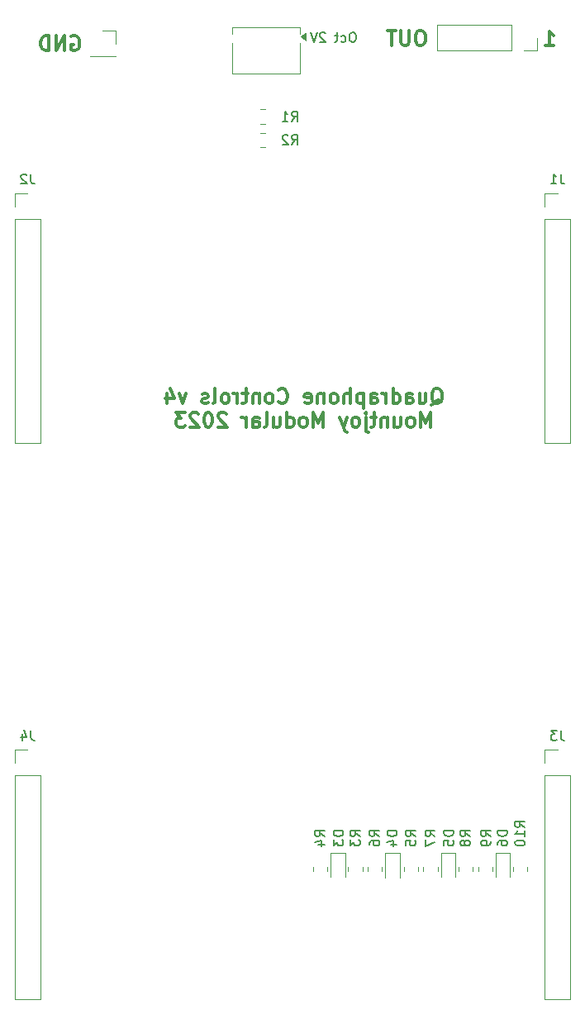
<source format=gbr>
%TF.GenerationSoftware,KiCad,Pcbnew,7.0.7*%
%TF.CreationDate,2023-08-21T15:50:53+01:00*%
%TF.ProjectId,Quadraphone_Controls_v3,51756164-7261-4706-986f-6e655f436f6e,rev?*%
%TF.SameCoordinates,Original*%
%TF.FileFunction,Legend,Bot*%
%TF.FilePolarity,Positive*%
%FSLAX46Y46*%
G04 Gerber Fmt 4.6, Leading zero omitted, Abs format (unit mm)*
G04 Created by KiCad (PCBNEW 7.0.7) date 2023-08-21 15:50:53*
%MOMM*%
%LPD*%
G01*
G04 APERTURE LIST*
%ADD10C,0.300000*%
%ADD11C,0.100000*%
%ADD12C,0.150000*%
%ADD13C,0.120000*%
G04 APERTURE END LIST*
D10*
X94171428Y-83313685D02*
X94314285Y-83242257D01*
X94314285Y-83242257D02*
X94457142Y-83099400D01*
X94457142Y-83099400D02*
X94671428Y-82885114D01*
X94671428Y-82885114D02*
X94814285Y-82813685D01*
X94814285Y-82813685D02*
X94957142Y-82813685D01*
X94885713Y-83170828D02*
X95028571Y-83099400D01*
X95028571Y-83099400D02*
X95171428Y-82956542D01*
X95171428Y-82956542D02*
X95242856Y-82670828D01*
X95242856Y-82670828D02*
X95242856Y-82170828D01*
X95242856Y-82170828D02*
X95171428Y-81885114D01*
X95171428Y-81885114D02*
X95028571Y-81742257D01*
X95028571Y-81742257D02*
X94885713Y-81670828D01*
X94885713Y-81670828D02*
X94599999Y-81670828D01*
X94599999Y-81670828D02*
X94457142Y-81742257D01*
X94457142Y-81742257D02*
X94314285Y-81885114D01*
X94314285Y-81885114D02*
X94242856Y-82170828D01*
X94242856Y-82170828D02*
X94242856Y-82670828D01*
X94242856Y-82670828D02*
X94314285Y-82956542D01*
X94314285Y-82956542D02*
X94457142Y-83099400D01*
X94457142Y-83099400D02*
X94599999Y-83170828D01*
X94599999Y-83170828D02*
X94885713Y-83170828D01*
X92957142Y-82170828D02*
X92957142Y-83170828D01*
X93599999Y-82170828D02*
X93599999Y-82956542D01*
X93599999Y-82956542D02*
X93528570Y-83099400D01*
X93528570Y-83099400D02*
X93385713Y-83170828D01*
X93385713Y-83170828D02*
X93171427Y-83170828D01*
X93171427Y-83170828D02*
X93028570Y-83099400D01*
X93028570Y-83099400D02*
X92957142Y-83027971D01*
X91599999Y-83170828D02*
X91599999Y-82385114D01*
X91599999Y-82385114D02*
X91671427Y-82242257D01*
X91671427Y-82242257D02*
X91814284Y-82170828D01*
X91814284Y-82170828D02*
X92099999Y-82170828D01*
X92099999Y-82170828D02*
X92242856Y-82242257D01*
X91599999Y-83099400D02*
X91742856Y-83170828D01*
X91742856Y-83170828D02*
X92099999Y-83170828D01*
X92099999Y-83170828D02*
X92242856Y-83099400D01*
X92242856Y-83099400D02*
X92314284Y-82956542D01*
X92314284Y-82956542D02*
X92314284Y-82813685D01*
X92314284Y-82813685D02*
X92242856Y-82670828D01*
X92242856Y-82670828D02*
X92099999Y-82599400D01*
X92099999Y-82599400D02*
X91742856Y-82599400D01*
X91742856Y-82599400D02*
X91599999Y-82527971D01*
X90242856Y-83170828D02*
X90242856Y-81670828D01*
X90242856Y-83099400D02*
X90385713Y-83170828D01*
X90385713Y-83170828D02*
X90671427Y-83170828D01*
X90671427Y-83170828D02*
X90814284Y-83099400D01*
X90814284Y-83099400D02*
X90885713Y-83027971D01*
X90885713Y-83027971D02*
X90957141Y-82885114D01*
X90957141Y-82885114D02*
X90957141Y-82456542D01*
X90957141Y-82456542D02*
X90885713Y-82313685D01*
X90885713Y-82313685D02*
X90814284Y-82242257D01*
X90814284Y-82242257D02*
X90671427Y-82170828D01*
X90671427Y-82170828D02*
X90385713Y-82170828D01*
X90385713Y-82170828D02*
X90242856Y-82242257D01*
X89528570Y-83170828D02*
X89528570Y-82170828D01*
X89528570Y-82456542D02*
X89457141Y-82313685D01*
X89457141Y-82313685D02*
X89385713Y-82242257D01*
X89385713Y-82242257D02*
X89242855Y-82170828D01*
X89242855Y-82170828D02*
X89099998Y-82170828D01*
X87957142Y-83170828D02*
X87957142Y-82385114D01*
X87957142Y-82385114D02*
X88028570Y-82242257D01*
X88028570Y-82242257D02*
X88171427Y-82170828D01*
X88171427Y-82170828D02*
X88457142Y-82170828D01*
X88457142Y-82170828D02*
X88599999Y-82242257D01*
X87957142Y-83099400D02*
X88099999Y-83170828D01*
X88099999Y-83170828D02*
X88457142Y-83170828D01*
X88457142Y-83170828D02*
X88599999Y-83099400D01*
X88599999Y-83099400D02*
X88671427Y-82956542D01*
X88671427Y-82956542D02*
X88671427Y-82813685D01*
X88671427Y-82813685D02*
X88599999Y-82670828D01*
X88599999Y-82670828D02*
X88457142Y-82599400D01*
X88457142Y-82599400D02*
X88099999Y-82599400D01*
X88099999Y-82599400D02*
X87957142Y-82527971D01*
X87242856Y-82170828D02*
X87242856Y-83670828D01*
X87242856Y-82242257D02*
X87099999Y-82170828D01*
X87099999Y-82170828D02*
X86814284Y-82170828D01*
X86814284Y-82170828D02*
X86671427Y-82242257D01*
X86671427Y-82242257D02*
X86599999Y-82313685D01*
X86599999Y-82313685D02*
X86528570Y-82456542D01*
X86528570Y-82456542D02*
X86528570Y-82885114D01*
X86528570Y-82885114D02*
X86599999Y-83027971D01*
X86599999Y-83027971D02*
X86671427Y-83099400D01*
X86671427Y-83099400D02*
X86814284Y-83170828D01*
X86814284Y-83170828D02*
X87099999Y-83170828D01*
X87099999Y-83170828D02*
X87242856Y-83099400D01*
X85885713Y-83170828D02*
X85885713Y-81670828D01*
X85242856Y-83170828D02*
X85242856Y-82385114D01*
X85242856Y-82385114D02*
X85314284Y-82242257D01*
X85314284Y-82242257D02*
X85457141Y-82170828D01*
X85457141Y-82170828D02*
X85671427Y-82170828D01*
X85671427Y-82170828D02*
X85814284Y-82242257D01*
X85814284Y-82242257D02*
X85885713Y-82313685D01*
X84314284Y-83170828D02*
X84457141Y-83099400D01*
X84457141Y-83099400D02*
X84528570Y-83027971D01*
X84528570Y-83027971D02*
X84599998Y-82885114D01*
X84599998Y-82885114D02*
X84599998Y-82456542D01*
X84599998Y-82456542D02*
X84528570Y-82313685D01*
X84528570Y-82313685D02*
X84457141Y-82242257D01*
X84457141Y-82242257D02*
X84314284Y-82170828D01*
X84314284Y-82170828D02*
X84099998Y-82170828D01*
X84099998Y-82170828D02*
X83957141Y-82242257D01*
X83957141Y-82242257D02*
X83885713Y-82313685D01*
X83885713Y-82313685D02*
X83814284Y-82456542D01*
X83814284Y-82456542D02*
X83814284Y-82885114D01*
X83814284Y-82885114D02*
X83885713Y-83027971D01*
X83885713Y-83027971D02*
X83957141Y-83099400D01*
X83957141Y-83099400D02*
X84099998Y-83170828D01*
X84099998Y-83170828D02*
X84314284Y-83170828D01*
X83171427Y-82170828D02*
X83171427Y-83170828D01*
X83171427Y-82313685D02*
X83099998Y-82242257D01*
X83099998Y-82242257D02*
X82957141Y-82170828D01*
X82957141Y-82170828D02*
X82742855Y-82170828D01*
X82742855Y-82170828D02*
X82599998Y-82242257D01*
X82599998Y-82242257D02*
X82528570Y-82385114D01*
X82528570Y-82385114D02*
X82528570Y-83170828D01*
X81242855Y-83099400D02*
X81385712Y-83170828D01*
X81385712Y-83170828D02*
X81671427Y-83170828D01*
X81671427Y-83170828D02*
X81814284Y-83099400D01*
X81814284Y-83099400D02*
X81885712Y-82956542D01*
X81885712Y-82956542D02*
X81885712Y-82385114D01*
X81885712Y-82385114D02*
X81814284Y-82242257D01*
X81814284Y-82242257D02*
X81671427Y-82170828D01*
X81671427Y-82170828D02*
X81385712Y-82170828D01*
X81385712Y-82170828D02*
X81242855Y-82242257D01*
X81242855Y-82242257D02*
X81171427Y-82385114D01*
X81171427Y-82385114D02*
X81171427Y-82527971D01*
X81171427Y-82527971D02*
X81885712Y-82670828D01*
X78528570Y-83027971D02*
X78599998Y-83099400D01*
X78599998Y-83099400D02*
X78814284Y-83170828D01*
X78814284Y-83170828D02*
X78957141Y-83170828D01*
X78957141Y-83170828D02*
X79171427Y-83099400D01*
X79171427Y-83099400D02*
X79314284Y-82956542D01*
X79314284Y-82956542D02*
X79385713Y-82813685D01*
X79385713Y-82813685D02*
X79457141Y-82527971D01*
X79457141Y-82527971D02*
X79457141Y-82313685D01*
X79457141Y-82313685D02*
X79385713Y-82027971D01*
X79385713Y-82027971D02*
X79314284Y-81885114D01*
X79314284Y-81885114D02*
X79171427Y-81742257D01*
X79171427Y-81742257D02*
X78957141Y-81670828D01*
X78957141Y-81670828D02*
X78814284Y-81670828D01*
X78814284Y-81670828D02*
X78599998Y-81742257D01*
X78599998Y-81742257D02*
X78528570Y-81813685D01*
X77671427Y-83170828D02*
X77814284Y-83099400D01*
X77814284Y-83099400D02*
X77885713Y-83027971D01*
X77885713Y-83027971D02*
X77957141Y-82885114D01*
X77957141Y-82885114D02*
X77957141Y-82456542D01*
X77957141Y-82456542D02*
X77885713Y-82313685D01*
X77885713Y-82313685D02*
X77814284Y-82242257D01*
X77814284Y-82242257D02*
X77671427Y-82170828D01*
X77671427Y-82170828D02*
X77457141Y-82170828D01*
X77457141Y-82170828D02*
X77314284Y-82242257D01*
X77314284Y-82242257D02*
X77242856Y-82313685D01*
X77242856Y-82313685D02*
X77171427Y-82456542D01*
X77171427Y-82456542D02*
X77171427Y-82885114D01*
X77171427Y-82885114D02*
X77242856Y-83027971D01*
X77242856Y-83027971D02*
X77314284Y-83099400D01*
X77314284Y-83099400D02*
X77457141Y-83170828D01*
X77457141Y-83170828D02*
X77671427Y-83170828D01*
X76528570Y-82170828D02*
X76528570Y-83170828D01*
X76528570Y-82313685D02*
X76457141Y-82242257D01*
X76457141Y-82242257D02*
X76314284Y-82170828D01*
X76314284Y-82170828D02*
X76099998Y-82170828D01*
X76099998Y-82170828D02*
X75957141Y-82242257D01*
X75957141Y-82242257D02*
X75885713Y-82385114D01*
X75885713Y-82385114D02*
X75885713Y-83170828D01*
X75385712Y-82170828D02*
X74814284Y-82170828D01*
X75171427Y-81670828D02*
X75171427Y-82956542D01*
X75171427Y-82956542D02*
X75099998Y-83099400D01*
X75099998Y-83099400D02*
X74957141Y-83170828D01*
X74957141Y-83170828D02*
X74814284Y-83170828D01*
X74314284Y-83170828D02*
X74314284Y-82170828D01*
X74314284Y-82456542D02*
X74242855Y-82313685D01*
X74242855Y-82313685D02*
X74171427Y-82242257D01*
X74171427Y-82242257D02*
X74028569Y-82170828D01*
X74028569Y-82170828D02*
X73885712Y-82170828D01*
X73171427Y-83170828D02*
X73314284Y-83099400D01*
X73314284Y-83099400D02*
X73385713Y-83027971D01*
X73385713Y-83027971D02*
X73457141Y-82885114D01*
X73457141Y-82885114D02*
X73457141Y-82456542D01*
X73457141Y-82456542D02*
X73385713Y-82313685D01*
X73385713Y-82313685D02*
X73314284Y-82242257D01*
X73314284Y-82242257D02*
X73171427Y-82170828D01*
X73171427Y-82170828D02*
X72957141Y-82170828D01*
X72957141Y-82170828D02*
X72814284Y-82242257D01*
X72814284Y-82242257D02*
X72742856Y-82313685D01*
X72742856Y-82313685D02*
X72671427Y-82456542D01*
X72671427Y-82456542D02*
X72671427Y-82885114D01*
X72671427Y-82885114D02*
X72742856Y-83027971D01*
X72742856Y-83027971D02*
X72814284Y-83099400D01*
X72814284Y-83099400D02*
X72957141Y-83170828D01*
X72957141Y-83170828D02*
X73171427Y-83170828D01*
X71814284Y-83170828D02*
X71957141Y-83099400D01*
X71957141Y-83099400D02*
X72028570Y-82956542D01*
X72028570Y-82956542D02*
X72028570Y-81670828D01*
X71314284Y-83099400D02*
X71171427Y-83170828D01*
X71171427Y-83170828D02*
X70885713Y-83170828D01*
X70885713Y-83170828D02*
X70742856Y-83099400D01*
X70742856Y-83099400D02*
X70671427Y-82956542D01*
X70671427Y-82956542D02*
X70671427Y-82885114D01*
X70671427Y-82885114D02*
X70742856Y-82742257D01*
X70742856Y-82742257D02*
X70885713Y-82670828D01*
X70885713Y-82670828D02*
X71099999Y-82670828D01*
X71099999Y-82670828D02*
X71242856Y-82599400D01*
X71242856Y-82599400D02*
X71314284Y-82456542D01*
X71314284Y-82456542D02*
X71314284Y-82385114D01*
X71314284Y-82385114D02*
X71242856Y-82242257D01*
X71242856Y-82242257D02*
X71099999Y-82170828D01*
X71099999Y-82170828D02*
X70885713Y-82170828D01*
X70885713Y-82170828D02*
X70742856Y-82242257D01*
X69028570Y-82170828D02*
X68671427Y-83170828D01*
X68671427Y-83170828D02*
X68314284Y-82170828D01*
X67099999Y-82170828D02*
X67099999Y-83170828D01*
X67457141Y-81599400D02*
X67814284Y-82670828D01*
X67814284Y-82670828D02*
X66885713Y-82670828D01*
X94099999Y-85585828D02*
X94099999Y-84085828D01*
X94099999Y-84085828D02*
X93599999Y-85157257D01*
X93599999Y-85157257D02*
X93099999Y-84085828D01*
X93099999Y-84085828D02*
X93099999Y-85585828D01*
X92171427Y-85585828D02*
X92314284Y-85514400D01*
X92314284Y-85514400D02*
X92385713Y-85442971D01*
X92385713Y-85442971D02*
X92457141Y-85300114D01*
X92457141Y-85300114D02*
X92457141Y-84871542D01*
X92457141Y-84871542D02*
X92385713Y-84728685D01*
X92385713Y-84728685D02*
X92314284Y-84657257D01*
X92314284Y-84657257D02*
X92171427Y-84585828D01*
X92171427Y-84585828D02*
X91957141Y-84585828D01*
X91957141Y-84585828D02*
X91814284Y-84657257D01*
X91814284Y-84657257D02*
X91742856Y-84728685D01*
X91742856Y-84728685D02*
X91671427Y-84871542D01*
X91671427Y-84871542D02*
X91671427Y-85300114D01*
X91671427Y-85300114D02*
X91742856Y-85442971D01*
X91742856Y-85442971D02*
X91814284Y-85514400D01*
X91814284Y-85514400D02*
X91957141Y-85585828D01*
X91957141Y-85585828D02*
X92171427Y-85585828D01*
X90385713Y-84585828D02*
X90385713Y-85585828D01*
X91028570Y-84585828D02*
X91028570Y-85371542D01*
X91028570Y-85371542D02*
X90957141Y-85514400D01*
X90957141Y-85514400D02*
X90814284Y-85585828D01*
X90814284Y-85585828D02*
X90599998Y-85585828D01*
X90599998Y-85585828D02*
X90457141Y-85514400D01*
X90457141Y-85514400D02*
X90385713Y-85442971D01*
X89671427Y-84585828D02*
X89671427Y-85585828D01*
X89671427Y-84728685D02*
X89599998Y-84657257D01*
X89599998Y-84657257D02*
X89457141Y-84585828D01*
X89457141Y-84585828D02*
X89242855Y-84585828D01*
X89242855Y-84585828D02*
X89099998Y-84657257D01*
X89099998Y-84657257D02*
X89028570Y-84800114D01*
X89028570Y-84800114D02*
X89028570Y-85585828D01*
X88528569Y-84585828D02*
X87957141Y-84585828D01*
X88314284Y-84085828D02*
X88314284Y-85371542D01*
X88314284Y-85371542D02*
X88242855Y-85514400D01*
X88242855Y-85514400D02*
X88099998Y-85585828D01*
X88099998Y-85585828D02*
X87957141Y-85585828D01*
X87457141Y-84585828D02*
X87457141Y-85871542D01*
X87457141Y-85871542D02*
X87528569Y-86014400D01*
X87528569Y-86014400D02*
X87671426Y-86085828D01*
X87671426Y-86085828D02*
X87742855Y-86085828D01*
X87457141Y-84085828D02*
X87528569Y-84157257D01*
X87528569Y-84157257D02*
X87457141Y-84228685D01*
X87457141Y-84228685D02*
X87385712Y-84157257D01*
X87385712Y-84157257D02*
X87457141Y-84085828D01*
X87457141Y-84085828D02*
X87457141Y-84228685D01*
X86528569Y-85585828D02*
X86671426Y-85514400D01*
X86671426Y-85514400D02*
X86742855Y-85442971D01*
X86742855Y-85442971D02*
X86814283Y-85300114D01*
X86814283Y-85300114D02*
X86814283Y-84871542D01*
X86814283Y-84871542D02*
X86742855Y-84728685D01*
X86742855Y-84728685D02*
X86671426Y-84657257D01*
X86671426Y-84657257D02*
X86528569Y-84585828D01*
X86528569Y-84585828D02*
X86314283Y-84585828D01*
X86314283Y-84585828D02*
X86171426Y-84657257D01*
X86171426Y-84657257D02*
X86099998Y-84728685D01*
X86099998Y-84728685D02*
X86028569Y-84871542D01*
X86028569Y-84871542D02*
X86028569Y-85300114D01*
X86028569Y-85300114D02*
X86099998Y-85442971D01*
X86099998Y-85442971D02*
X86171426Y-85514400D01*
X86171426Y-85514400D02*
X86314283Y-85585828D01*
X86314283Y-85585828D02*
X86528569Y-85585828D01*
X85528569Y-84585828D02*
X85171426Y-85585828D01*
X84814283Y-84585828D02*
X85171426Y-85585828D01*
X85171426Y-85585828D02*
X85314283Y-85942971D01*
X85314283Y-85942971D02*
X85385712Y-86014400D01*
X85385712Y-86014400D02*
X85528569Y-86085828D01*
X83099998Y-85585828D02*
X83099998Y-84085828D01*
X83099998Y-84085828D02*
X82599998Y-85157257D01*
X82599998Y-85157257D02*
X82099998Y-84085828D01*
X82099998Y-84085828D02*
X82099998Y-85585828D01*
X81171426Y-85585828D02*
X81314283Y-85514400D01*
X81314283Y-85514400D02*
X81385712Y-85442971D01*
X81385712Y-85442971D02*
X81457140Y-85300114D01*
X81457140Y-85300114D02*
X81457140Y-84871542D01*
X81457140Y-84871542D02*
X81385712Y-84728685D01*
X81385712Y-84728685D02*
X81314283Y-84657257D01*
X81314283Y-84657257D02*
X81171426Y-84585828D01*
X81171426Y-84585828D02*
X80957140Y-84585828D01*
X80957140Y-84585828D02*
X80814283Y-84657257D01*
X80814283Y-84657257D02*
X80742855Y-84728685D01*
X80742855Y-84728685D02*
X80671426Y-84871542D01*
X80671426Y-84871542D02*
X80671426Y-85300114D01*
X80671426Y-85300114D02*
X80742855Y-85442971D01*
X80742855Y-85442971D02*
X80814283Y-85514400D01*
X80814283Y-85514400D02*
X80957140Y-85585828D01*
X80957140Y-85585828D02*
X81171426Y-85585828D01*
X79385712Y-85585828D02*
X79385712Y-84085828D01*
X79385712Y-85514400D02*
X79528569Y-85585828D01*
X79528569Y-85585828D02*
X79814283Y-85585828D01*
X79814283Y-85585828D02*
X79957140Y-85514400D01*
X79957140Y-85514400D02*
X80028569Y-85442971D01*
X80028569Y-85442971D02*
X80099997Y-85300114D01*
X80099997Y-85300114D02*
X80099997Y-84871542D01*
X80099997Y-84871542D02*
X80028569Y-84728685D01*
X80028569Y-84728685D02*
X79957140Y-84657257D01*
X79957140Y-84657257D02*
X79814283Y-84585828D01*
X79814283Y-84585828D02*
X79528569Y-84585828D01*
X79528569Y-84585828D02*
X79385712Y-84657257D01*
X78028569Y-84585828D02*
X78028569Y-85585828D01*
X78671426Y-84585828D02*
X78671426Y-85371542D01*
X78671426Y-85371542D02*
X78599997Y-85514400D01*
X78599997Y-85514400D02*
X78457140Y-85585828D01*
X78457140Y-85585828D02*
X78242854Y-85585828D01*
X78242854Y-85585828D02*
X78099997Y-85514400D01*
X78099997Y-85514400D02*
X78028569Y-85442971D01*
X77099997Y-85585828D02*
X77242854Y-85514400D01*
X77242854Y-85514400D02*
X77314283Y-85371542D01*
X77314283Y-85371542D02*
X77314283Y-84085828D01*
X75885712Y-85585828D02*
X75885712Y-84800114D01*
X75885712Y-84800114D02*
X75957140Y-84657257D01*
X75957140Y-84657257D02*
X76099997Y-84585828D01*
X76099997Y-84585828D02*
X76385712Y-84585828D01*
X76385712Y-84585828D02*
X76528569Y-84657257D01*
X75885712Y-85514400D02*
X76028569Y-85585828D01*
X76028569Y-85585828D02*
X76385712Y-85585828D01*
X76385712Y-85585828D02*
X76528569Y-85514400D01*
X76528569Y-85514400D02*
X76599997Y-85371542D01*
X76599997Y-85371542D02*
X76599997Y-85228685D01*
X76599997Y-85228685D02*
X76528569Y-85085828D01*
X76528569Y-85085828D02*
X76385712Y-85014400D01*
X76385712Y-85014400D02*
X76028569Y-85014400D01*
X76028569Y-85014400D02*
X75885712Y-84942971D01*
X75171426Y-85585828D02*
X75171426Y-84585828D01*
X75171426Y-84871542D02*
X75099997Y-84728685D01*
X75099997Y-84728685D02*
X75028569Y-84657257D01*
X75028569Y-84657257D02*
X74885711Y-84585828D01*
X74885711Y-84585828D02*
X74742854Y-84585828D01*
X73171426Y-84228685D02*
X73099998Y-84157257D01*
X73099998Y-84157257D02*
X72957141Y-84085828D01*
X72957141Y-84085828D02*
X72599998Y-84085828D01*
X72599998Y-84085828D02*
X72457141Y-84157257D01*
X72457141Y-84157257D02*
X72385712Y-84228685D01*
X72385712Y-84228685D02*
X72314283Y-84371542D01*
X72314283Y-84371542D02*
X72314283Y-84514400D01*
X72314283Y-84514400D02*
X72385712Y-84728685D01*
X72385712Y-84728685D02*
X73242855Y-85585828D01*
X73242855Y-85585828D02*
X72314283Y-85585828D01*
X71385712Y-84085828D02*
X71242855Y-84085828D01*
X71242855Y-84085828D02*
X71099998Y-84157257D01*
X71099998Y-84157257D02*
X71028570Y-84228685D01*
X71028570Y-84228685D02*
X70957141Y-84371542D01*
X70957141Y-84371542D02*
X70885712Y-84657257D01*
X70885712Y-84657257D02*
X70885712Y-85014400D01*
X70885712Y-85014400D02*
X70957141Y-85300114D01*
X70957141Y-85300114D02*
X71028570Y-85442971D01*
X71028570Y-85442971D02*
X71099998Y-85514400D01*
X71099998Y-85514400D02*
X71242855Y-85585828D01*
X71242855Y-85585828D02*
X71385712Y-85585828D01*
X71385712Y-85585828D02*
X71528570Y-85514400D01*
X71528570Y-85514400D02*
X71599998Y-85442971D01*
X71599998Y-85442971D02*
X71671427Y-85300114D01*
X71671427Y-85300114D02*
X71742855Y-85014400D01*
X71742855Y-85014400D02*
X71742855Y-84657257D01*
X71742855Y-84657257D02*
X71671427Y-84371542D01*
X71671427Y-84371542D02*
X71599998Y-84228685D01*
X71599998Y-84228685D02*
X71528570Y-84157257D01*
X71528570Y-84157257D02*
X71385712Y-84085828D01*
X70314284Y-84228685D02*
X70242856Y-84157257D01*
X70242856Y-84157257D02*
X70099999Y-84085828D01*
X70099999Y-84085828D02*
X69742856Y-84085828D01*
X69742856Y-84085828D02*
X69599999Y-84157257D01*
X69599999Y-84157257D02*
X69528570Y-84228685D01*
X69528570Y-84228685D02*
X69457141Y-84371542D01*
X69457141Y-84371542D02*
X69457141Y-84514400D01*
X69457141Y-84514400D02*
X69528570Y-84728685D01*
X69528570Y-84728685D02*
X70385713Y-85585828D01*
X70385713Y-85585828D02*
X69457141Y-85585828D01*
X68957142Y-84085828D02*
X68028570Y-84085828D01*
X68028570Y-84085828D02*
X68528570Y-84657257D01*
X68528570Y-84657257D02*
X68314285Y-84657257D01*
X68314285Y-84657257D02*
X68171428Y-84728685D01*
X68171428Y-84728685D02*
X68099999Y-84800114D01*
X68099999Y-84800114D02*
X68028570Y-84942971D01*
X68028570Y-84942971D02*
X68028570Y-85300114D01*
X68028570Y-85300114D02*
X68099999Y-85442971D01*
X68099999Y-85442971D02*
X68171428Y-85514400D01*
X68171428Y-85514400D02*
X68314285Y-85585828D01*
X68314285Y-85585828D02*
X68742856Y-85585828D01*
X68742856Y-85585828D02*
X68885713Y-85514400D01*
X68885713Y-85514400D02*
X68957142Y-85442971D01*
D11*
X81300000Y-46000000D02*
X80800000Y-45600000D01*
X81300000Y-45200000D01*
X81300000Y-46000000D01*
G36*
X81300000Y-46000000D02*
G01*
X80800000Y-45600000D01*
X81300000Y-45200000D01*
X81300000Y-46000000D01*
G37*
D10*
X93199999Y-44978328D02*
X92914285Y-44978328D01*
X92914285Y-44978328D02*
X92771428Y-45049757D01*
X92771428Y-45049757D02*
X92628571Y-45192614D01*
X92628571Y-45192614D02*
X92557142Y-45478328D01*
X92557142Y-45478328D02*
X92557142Y-45978328D01*
X92557142Y-45978328D02*
X92628571Y-46264042D01*
X92628571Y-46264042D02*
X92771428Y-46406900D01*
X92771428Y-46406900D02*
X92914285Y-46478328D01*
X92914285Y-46478328D02*
X93199999Y-46478328D01*
X93199999Y-46478328D02*
X93342857Y-46406900D01*
X93342857Y-46406900D02*
X93485714Y-46264042D01*
X93485714Y-46264042D02*
X93557142Y-45978328D01*
X93557142Y-45978328D02*
X93557142Y-45478328D01*
X93557142Y-45478328D02*
X93485714Y-45192614D01*
X93485714Y-45192614D02*
X93342857Y-45049757D01*
X93342857Y-45049757D02*
X93199999Y-44978328D01*
X91914285Y-44978328D02*
X91914285Y-46192614D01*
X91914285Y-46192614D02*
X91842856Y-46335471D01*
X91842856Y-46335471D02*
X91771428Y-46406900D01*
X91771428Y-46406900D02*
X91628570Y-46478328D01*
X91628570Y-46478328D02*
X91342856Y-46478328D01*
X91342856Y-46478328D02*
X91199999Y-46406900D01*
X91199999Y-46406900D02*
X91128570Y-46335471D01*
X91128570Y-46335471D02*
X91057142Y-46192614D01*
X91057142Y-46192614D02*
X91057142Y-44978328D01*
X90557141Y-44978328D02*
X89699999Y-44978328D01*
X90128570Y-46478328D02*
X90128570Y-44978328D01*
X57292856Y-45599757D02*
X57435714Y-45528328D01*
X57435714Y-45528328D02*
X57649999Y-45528328D01*
X57649999Y-45528328D02*
X57864285Y-45599757D01*
X57864285Y-45599757D02*
X58007142Y-45742614D01*
X58007142Y-45742614D02*
X58078571Y-45885471D01*
X58078571Y-45885471D02*
X58149999Y-46171185D01*
X58149999Y-46171185D02*
X58149999Y-46385471D01*
X58149999Y-46385471D02*
X58078571Y-46671185D01*
X58078571Y-46671185D02*
X58007142Y-46814042D01*
X58007142Y-46814042D02*
X57864285Y-46956900D01*
X57864285Y-46956900D02*
X57649999Y-47028328D01*
X57649999Y-47028328D02*
X57507142Y-47028328D01*
X57507142Y-47028328D02*
X57292856Y-46956900D01*
X57292856Y-46956900D02*
X57221428Y-46885471D01*
X57221428Y-46885471D02*
X57221428Y-46385471D01*
X57221428Y-46385471D02*
X57507142Y-46385471D01*
X56578571Y-47028328D02*
X56578571Y-45528328D01*
X56578571Y-45528328D02*
X55721428Y-47028328D01*
X55721428Y-47028328D02*
X55721428Y-45528328D01*
X55007142Y-47028328D02*
X55007142Y-45528328D01*
X55007142Y-45528328D02*
X54649999Y-45528328D01*
X54649999Y-45528328D02*
X54435713Y-45599757D01*
X54435713Y-45599757D02*
X54292856Y-45742614D01*
X54292856Y-45742614D02*
X54221427Y-45885471D01*
X54221427Y-45885471D02*
X54149999Y-46171185D01*
X54149999Y-46171185D02*
X54149999Y-46385471D01*
X54149999Y-46385471D02*
X54221427Y-46671185D01*
X54221427Y-46671185D02*
X54292856Y-46814042D01*
X54292856Y-46814042D02*
X54435713Y-46956900D01*
X54435713Y-46956900D02*
X54649999Y-47028328D01*
X54649999Y-47028328D02*
X55007142Y-47028328D01*
X105871427Y-46528328D02*
X106728570Y-46528328D01*
X106299999Y-46528328D02*
X106299999Y-45028328D01*
X106299999Y-45028328D02*
X106442856Y-45242614D01*
X106442856Y-45242614D02*
X106585713Y-45385471D01*
X106585713Y-45385471D02*
X106728570Y-45456900D01*
D12*
X83314285Y-45250057D02*
X83266666Y-45202438D01*
X83266666Y-45202438D02*
X83171428Y-45154819D01*
X83171428Y-45154819D02*
X82933333Y-45154819D01*
X82933333Y-45154819D02*
X82838095Y-45202438D01*
X82838095Y-45202438D02*
X82790476Y-45250057D01*
X82790476Y-45250057D02*
X82742857Y-45345295D01*
X82742857Y-45345295D02*
X82742857Y-45440533D01*
X82742857Y-45440533D02*
X82790476Y-45583390D01*
X82790476Y-45583390D02*
X83361904Y-46154819D01*
X83361904Y-46154819D02*
X82742857Y-46154819D01*
X82457142Y-45154819D02*
X82123809Y-46154819D01*
X82123809Y-46154819D02*
X81790476Y-45154819D01*
X86209523Y-45154819D02*
X86019047Y-45154819D01*
X86019047Y-45154819D02*
X85923809Y-45202438D01*
X85923809Y-45202438D02*
X85828571Y-45297676D01*
X85828571Y-45297676D02*
X85780952Y-45488152D01*
X85780952Y-45488152D02*
X85780952Y-45821485D01*
X85780952Y-45821485D02*
X85828571Y-46011961D01*
X85828571Y-46011961D02*
X85923809Y-46107200D01*
X85923809Y-46107200D02*
X86019047Y-46154819D01*
X86019047Y-46154819D02*
X86209523Y-46154819D01*
X86209523Y-46154819D02*
X86304761Y-46107200D01*
X86304761Y-46107200D02*
X86399999Y-46011961D01*
X86399999Y-46011961D02*
X86447618Y-45821485D01*
X86447618Y-45821485D02*
X86447618Y-45488152D01*
X86447618Y-45488152D02*
X86399999Y-45297676D01*
X86399999Y-45297676D02*
X86304761Y-45202438D01*
X86304761Y-45202438D02*
X86209523Y-45154819D01*
X84923809Y-46107200D02*
X85019047Y-46154819D01*
X85019047Y-46154819D02*
X85209523Y-46154819D01*
X85209523Y-46154819D02*
X85304761Y-46107200D01*
X85304761Y-46107200D02*
X85352380Y-46059580D01*
X85352380Y-46059580D02*
X85399999Y-45964342D01*
X85399999Y-45964342D02*
X85399999Y-45678628D01*
X85399999Y-45678628D02*
X85352380Y-45583390D01*
X85352380Y-45583390D02*
X85304761Y-45535771D01*
X85304761Y-45535771D02*
X85209523Y-45488152D01*
X85209523Y-45488152D02*
X85019047Y-45488152D01*
X85019047Y-45488152D02*
X84923809Y-45535771D01*
X84638094Y-45488152D02*
X84257142Y-45488152D01*
X84495237Y-45154819D02*
X84495237Y-46011961D01*
X84495237Y-46011961D02*
X84447618Y-46107200D01*
X84447618Y-46107200D02*
X84352380Y-46154819D01*
X84352380Y-46154819D02*
X84257142Y-46154819D01*
X79866666Y-54254819D02*
X80199999Y-53778628D01*
X80438094Y-54254819D02*
X80438094Y-53254819D01*
X80438094Y-53254819D02*
X80057142Y-53254819D01*
X80057142Y-53254819D02*
X79961904Y-53302438D01*
X79961904Y-53302438D02*
X79914285Y-53350057D01*
X79914285Y-53350057D02*
X79866666Y-53445295D01*
X79866666Y-53445295D02*
X79866666Y-53588152D01*
X79866666Y-53588152D02*
X79914285Y-53683390D01*
X79914285Y-53683390D02*
X79961904Y-53731009D01*
X79961904Y-53731009D02*
X80057142Y-53778628D01*
X80057142Y-53778628D02*
X80438094Y-53778628D01*
X78914285Y-54254819D02*
X79485713Y-54254819D01*
X79199999Y-54254819D02*
X79199999Y-53254819D01*
X79199999Y-53254819D02*
X79295237Y-53397676D01*
X79295237Y-53397676D02*
X79390475Y-53492914D01*
X79390475Y-53492914D02*
X79485713Y-53540533D01*
X98154819Y-127533333D02*
X97678628Y-127200000D01*
X98154819Y-126961905D02*
X97154819Y-126961905D01*
X97154819Y-126961905D02*
X97154819Y-127342857D01*
X97154819Y-127342857D02*
X97202438Y-127438095D01*
X97202438Y-127438095D02*
X97250057Y-127485714D01*
X97250057Y-127485714D02*
X97345295Y-127533333D01*
X97345295Y-127533333D02*
X97488152Y-127533333D01*
X97488152Y-127533333D02*
X97583390Y-127485714D01*
X97583390Y-127485714D02*
X97631009Y-127438095D01*
X97631009Y-127438095D02*
X97678628Y-127342857D01*
X97678628Y-127342857D02*
X97678628Y-126961905D01*
X97583390Y-128104762D02*
X97535771Y-128009524D01*
X97535771Y-128009524D02*
X97488152Y-127961905D01*
X97488152Y-127961905D02*
X97392914Y-127914286D01*
X97392914Y-127914286D02*
X97345295Y-127914286D01*
X97345295Y-127914286D02*
X97250057Y-127961905D01*
X97250057Y-127961905D02*
X97202438Y-128009524D01*
X97202438Y-128009524D02*
X97154819Y-128104762D01*
X97154819Y-128104762D02*
X97154819Y-128295238D01*
X97154819Y-128295238D02*
X97202438Y-128390476D01*
X97202438Y-128390476D02*
X97250057Y-128438095D01*
X97250057Y-128438095D02*
X97345295Y-128485714D01*
X97345295Y-128485714D02*
X97392914Y-128485714D01*
X97392914Y-128485714D02*
X97488152Y-128438095D01*
X97488152Y-128438095D02*
X97535771Y-128390476D01*
X97535771Y-128390476D02*
X97583390Y-128295238D01*
X97583390Y-128295238D02*
X97583390Y-128104762D01*
X97583390Y-128104762D02*
X97631009Y-128009524D01*
X97631009Y-128009524D02*
X97678628Y-127961905D01*
X97678628Y-127961905D02*
X97773866Y-127914286D01*
X97773866Y-127914286D02*
X97964342Y-127914286D01*
X97964342Y-127914286D02*
X98059580Y-127961905D01*
X98059580Y-127961905D02*
X98107200Y-128009524D01*
X98107200Y-128009524D02*
X98154819Y-128104762D01*
X98154819Y-128104762D02*
X98154819Y-128295238D01*
X98154819Y-128295238D02*
X98107200Y-128390476D01*
X98107200Y-128390476D02*
X98059580Y-128438095D01*
X98059580Y-128438095D02*
X97964342Y-128485714D01*
X97964342Y-128485714D02*
X97773866Y-128485714D01*
X97773866Y-128485714D02*
X97678628Y-128438095D01*
X97678628Y-128438095D02*
X97631009Y-128390476D01*
X97631009Y-128390476D02*
X97583390Y-128295238D01*
X107433333Y-116684819D02*
X107433333Y-117399104D01*
X107433333Y-117399104D02*
X107480952Y-117541961D01*
X107480952Y-117541961D02*
X107576190Y-117637200D01*
X107576190Y-117637200D02*
X107719047Y-117684819D01*
X107719047Y-117684819D02*
X107814285Y-117684819D01*
X107052380Y-116684819D02*
X106433333Y-116684819D01*
X106433333Y-116684819D02*
X106766666Y-117065771D01*
X106766666Y-117065771D02*
X106623809Y-117065771D01*
X106623809Y-117065771D02*
X106528571Y-117113390D01*
X106528571Y-117113390D02*
X106480952Y-117161009D01*
X106480952Y-117161009D02*
X106433333Y-117256247D01*
X106433333Y-117256247D02*
X106433333Y-117494342D01*
X106433333Y-117494342D02*
X106480952Y-117589580D01*
X106480952Y-117589580D02*
X106528571Y-117637200D01*
X106528571Y-117637200D02*
X106623809Y-117684819D01*
X106623809Y-117684819D02*
X106909523Y-117684819D01*
X106909523Y-117684819D02*
X107004761Y-117637200D01*
X107004761Y-117637200D02*
X107052380Y-117589580D01*
X53133333Y-116684819D02*
X53133333Y-117399104D01*
X53133333Y-117399104D02*
X53180952Y-117541961D01*
X53180952Y-117541961D02*
X53276190Y-117637200D01*
X53276190Y-117637200D02*
X53419047Y-117684819D01*
X53419047Y-117684819D02*
X53514285Y-117684819D01*
X52228571Y-117018152D02*
X52228571Y-117684819D01*
X52466666Y-116637200D02*
X52704761Y-117351485D01*
X52704761Y-117351485D02*
X52085714Y-117351485D01*
X100254819Y-127533333D02*
X99778628Y-127200000D01*
X100254819Y-126961905D02*
X99254819Y-126961905D01*
X99254819Y-126961905D02*
X99254819Y-127342857D01*
X99254819Y-127342857D02*
X99302438Y-127438095D01*
X99302438Y-127438095D02*
X99350057Y-127485714D01*
X99350057Y-127485714D02*
X99445295Y-127533333D01*
X99445295Y-127533333D02*
X99588152Y-127533333D01*
X99588152Y-127533333D02*
X99683390Y-127485714D01*
X99683390Y-127485714D02*
X99731009Y-127438095D01*
X99731009Y-127438095D02*
X99778628Y-127342857D01*
X99778628Y-127342857D02*
X99778628Y-126961905D01*
X100254819Y-128009524D02*
X100254819Y-128200000D01*
X100254819Y-128200000D02*
X100207200Y-128295238D01*
X100207200Y-128295238D02*
X100159580Y-128342857D01*
X100159580Y-128342857D02*
X100016723Y-128438095D01*
X100016723Y-128438095D02*
X99826247Y-128485714D01*
X99826247Y-128485714D02*
X99445295Y-128485714D01*
X99445295Y-128485714D02*
X99350057Y-128438095D01*
X99350057Y-128438095D02*
X99302438Y-128390476D01*
X99302438Y-128390476D02*
X99254819Y-128295238D01*
X99254819Y-128295238D02*
X99254819Y-128104762D01*
X99254819Y-128104762D02*
X99302438Y-128009524D01*
X99302438Y-128009524D02*
X99350057Y-127961905D01*
X99350057Y-127961905D02*
X99445295Y-127914286D01*
X99445295Y-127914286D02*
X99683390Y-127914286D01*
X99683390Y-127914286D02*
X99778628Y-127961905D01*
X99778628Y-127961905D02*
X99826247Y-128009524D01*
X99826247Y-128009524D02*
X99873866Y-128104762D01*
X99873866Y-128104762D02*
X99873866Y-128295238D01*
X99873866Y-128295238D02*
X99826247Y-128390476D01*
X99826247Y-128390476D02*
X99778628Y-128438095D01*
X99778628Y-128438095D02*
X99683390Y-128485714D01*
X88854819Y-127533333D02*
X88378628Y-127200000D01*
X88854819Y-126961905D02*
X87854819Y-126961905D01*
X87854819Y-126961905D02*
X87854819Y-127342857D01*
X87854819Y-127342857D02*
X87902438Y-127438095D01*
X87902438Y-127438095D02*
X87950057Y-127485714D01*
X87950057Y-127485714D02*
X88045295Y-127533333D01*
X88045295Y-127533333D02*
X88188152Y-127533333D01*
X88188152Y-127533333D02*
X88283390Y-127485714D01*
X88283390Y-127485714D02*
X88331009Y-127438095D01*
X88331009Y-127438095D02*
X88378628Y-127342857D01*
X88378628Y-127342857D02*
X88378628Y-126961905D01*
X87854819Y-128390476D02*
X87854819Y-128200000D01*
X87854819Y-128200000D02*
X87902438Y-128104762D01*
X87902438Y-128104762D02*
X87950057Y-128057143D01*
X87950057Y-128057143D02*
X88092914Y-127961905D01*
X88092914Y-127961905D02*
X88283390Y-127914286D01*
X88283390Y-127914286D02*
X88664342Y-127914286D01*
X88664342Y-127914286D02*
X88759580Y-127961905D01*
X88759580Y-127961905D02*
X88807200Y-128009524D01*
X88807200Y-128009524D02*
X88854819Y-128104762D01*
X88854819Y-128104762D02*
X88854819Y-128295238D01*
X88854819Y-128295238D02*
X88807200Y-128390476D01*
X88807200Y-128390476D02*
X88759580Y-128438095D01*
X88759580Y-128438095D02*
X88664342Y-128485714D01*
X88664342Y-128485714D02*
X88426247Y-128485714D01*
X88426247Y-128485714D02*
X88331009Y-128438095D01*
X88331009Y-128438095D02*
X88283390Y-128390476D01*
X88283390Y-128390476D02*
X88235771Y-128295238D01*
X88235771Y-128295238D02*
X88235771Y-128104762D01*
X88235771Y-128104762D02*
X88283390Y-128009524D01*
X88283390Y-128009524D02*
X88331009Y-127961905D01*
X88331009Y-127961905D02*
X88426247Y-127914286D01*
X107433333Y-59684819D02*
X107433333Y-60399104D01*
X107433333Y-60399104D02*
X107480952Y-60541961D01*
X107480952Y-60541961D02*
X107576190Y-60637200D01*
X107576190Y-60637200D02*
X107719047Y-60684819D01*
X107719047Y-60684819D02*
X107814285Y-60684819D01*
X106433333Y-60684819D02*
X107004761Y-60684819D01*
X106719047Y-60684819D02*
X106719047Y-59684819D01*
X106719047Y-59684819D02*
X106814285Y-59827676D01*
X106814285Y-59827676D02*
X106909523Y-59922914D01*
X106909523Y-59922914D02*
X107004761Y-59970533D01*
X103754819Y-126580951D02*
X103278628Y-126247618D01*
X103754819Y-126009523D02*
X102754819Y-126009523D01*
X102754819Y-126009523D02*
X102754819Y-126390475D01*
X102754819Y-126390475D02*
X102802438Y-126485713D01*
X102802438Y-126485713D02*
X102850057Y-126533332D01*
X102850057Y-126533332D02*
X102945295Y-126580951D01*
X102945295Y-126580951D02*
X103088152Y-126580951D01*
X103088152Y-126580951D02*
X103183390Y-126533332D01*
X103183390Y-126533332D02*
X103231009Y-126485713D01*
X103231009Y-126485713D02*
X103278628Y-126390475D01*
X103278628Y-126390475D02*
X103278628Y-126009523D01*
X103754819Y-127533332D02*
X103754819Y-126961904D01*
X103754819Y-127247618D02*
X102754819Y-127247618D01*
X102754819Y-127247618D02*
X102897676Y-127152380D01*
X102897676Y-127152380D02*
X102992914Y-127057142D01*
X102992914Y-127057142D02*
X103040533Y-126961904D01*
X102754819Y-128152380D02*
X102754819Y-128247618D01*
X102754819Y-128247618D02*
X102802438Y-128342856D01*
X102802438Y-128342856D02*
X102850057Y-128390475D01*
X102850057Y-128390475D02*
X102945295Y-128438094D01*
X102945295Y-128438094D02*
X103135771Y-128485713D01*
X103135771Y-128485713D02*
X103373866Y-128485713D01*
X103373866Y-128485713D02*
X103564342Y-128438094D01*
X103564342Y-128438094D02*
X103659580Y-128390475D01*
X103659580Y-128390475D02*
X103707200Y-128342856D01*
X103707200Y-128342856D02*
X103754819Y-128247618D01*
X103754819Y-128247618D02*
X103754819Y-128152380D01*
X103754819Y-128152380D02*
X103707200Y-128057142D01*
X103707200Y-128057142D02*
X103659580Y-128009523D01*
X103659580Y-128009523D02*
X103564342Y-127961904D01*
X103564342Y-127961904D02*
X103373866Y-127914285D01*
X103373866Y-127914285D02*
X103135771Y-127914285D01*
X103135771Y-127914285D02*
X102945295Y-127961904D01*
X102945295Y-127961904D02*
X102850057Y-128009523D01*
X102850057Y-128009523D02*
X102802438Y-128057142D01*
X102802438Y-128057142D02*
X102754819Y-128152380D01*
X96454819Y-126961905D02*
X95454819Y-126961905D01*
X95454819Y-126961905D02*
X95454819Y-127200000D01*
X95454819Y-127200000D02*
X95502438Y-127342857D01*
X95502438Y-127342857D02*
X95597676Y-127438095D01*
X95597676Y-127438095D02*
X95692914Y-127485714D01*
X95692914Y-127485714D02*
X95883390Y-127533333D01*
X95883390Y-127533333D02*
X96026247Y-127533333D01*
X96026247Y-127533333D02*
X96216723Y-127485714D01*
X96216723Y-127485714D02*
X96311961Y-127438095D01*
X96311961Y-127438095D02*
X96407200Y-127342857D01*
X96407200Y-127342857D02*
X96454819Y-127200000D01*
X96454819Y-127200000D02*
X96454819Y-126961905D01*
X95454819Y-128438095D02*
X95454819Y-127961905D01*
X95454819Y-127961905D02*
X95931009Y-127914286D01*
X95931009Y-127914286D02*
X95883390Y-127961905D01*
X95883390Y-127961905D02*
X95835771Y-128057143D01*
X95835771Y-128057143D02*
X95835771Y-128295238D01*
X95835771Y-128295238D02*
X95883390Y-128390476D01*
X95883390Y-128390476D02*
X95931009Y-128438095D01*
X95931009Y-128438095D02*
X96026247Y-128485714D01*
X96026247Y-128485714D02*
X96264342Y-128485714D01*
X96264342Y-128485714D02*
X96359580Y-128438095D01*
X96359580Y-128438095D02*
X96407200Y-128390476D01*
X96407200Y-128390476D02*
X96454819Y-128295238D01*
X96454819Y-128295238D02*
X96454819Y-128057143D01*
X96454819Y-128057143D02*
X96407200Y-127961905D01*
X96407200Y-127961905D02*
X96359580Y-127914286D01*
X92554819Y-127533333D02*
X92078628Y-127200000D01*
X92554819Y-126961905D02*
X91554819Y-126961905D01*
X91554819Y-126961905D02*
X91554819Y-127342857D01*
X91554819Y-127342857D02*
X91602438Y-127438095D01*
X91602438Y-127438095D02*
X91650057Y-127485714D01*
X91650057Y-127485714D02*
X91745295Y-127533333D01*
X91745295Y-127533333D02*
X91888152Y-127533333D01*
X91888152Y-127533333D02*
X91983390Y-127485714D01*
X91983390Y-127485714D02*
X92031009Y-127438095D01*
X92031009Y-127438095D02*
X92078628Y-127342857D01*
X92078628Y-127342857D02*
X92078628Y-126961905D01*
X91554819Y-128438095D02*
X91554819Y-127961905D01*
X91554819Y-127961905D02*
X92031009Y-127914286D01*
X92031009Y-127914286D02*
X91983390Y-127961905D01*
X91983390Y-127961905D02*
X91935771Y-128057143D01*
X91935771Y-128057143D02*
X91935771Y-128295238D01*
X91935771Y-128295238D02*
X91983390Y-128390476D01*
X91983390Y-128390476D02*
X92031009Y-128438095D01*
X92031009Y-128438095D02*
X92126247Y-128485714D01*
X92126247Y-128485714D02*
X92364342Y-128485714D01*
X92364342Y-128485714D02*
X92459580Y-128438095D01*
X92459580Y-128438095D02*
X92507200Y-128390476D01*
X92507200Y-128390476D02*
X92554819Y-128295238D01*
X92554819Y-128295238D02*
X92554819Y-128057143D01*
X92554819Y-128057143D02*
X92507200Y-127961905D01*
X92507200Y-127961905D02*
X92459580Y-127914286D01*
X90654819Y-126961905D02*
X89654819Y-126961905D01*
X89654819Y-126961905D02*
X89654819Y-127200000D01*
X89654819Y-127200000D02*
X89702438Y-127342857D01*
X89702438Y-127342857D02*
X89797676Y-127438095D01*
X89797676Y-127438095D02*
X89892914Y-127485714D01*
X89892914Y-127485714D02*
X90083390Y-127533333D01*
X90083390Y-127533333D02*
X90226247Y-127533333D01*
X90226247Y-127533333D02*
X90416723Y-127485714D01*
X90416723Y-127485714D02*
X90511961Y-127438095D01*
X90511961Y-127438095D02*
X90607200Y-127342857D01*
X90607200Y-127342857D02*
X90654819Y-127200000D01*
X90654819Y-127200000D02*
X90654819Y-126961905D01*
X89988152Y-128390476D02*
X90654819Y-128390476D01*
X89607200Y-128152381D02*
X90321485Y-127914286D01*
X90321485Y-127914286D02*
X90321485Y-128533333D01*
X79866666Y-56654819D02*
X80199999Y-56178628D01*
X80438094Y-56654819D02*
X80438094Y-55654819D01*
X80438094Y-55654819D02*
X80057142Y-55654819D01*
X80057142Y-55654819D02*
X79961904Y-55702438D01*
X79961904Y-55702438D02*
X79914285Y-55750057D01*
X79914285Y-55750057D02*
X79866666Y-55845295D01*
X79866666Y-55845295D02*
X79866666Y-55988152D01*
X79866666Y-55988152D02*
X79914285Y-56083390D01*
X79914285Y-56083390D02*
X79961904Y-56131009D01*
X79961904Y-56131009D02*
X80057142Y-56178628D01*
X80057142Y-56178628D02*
X80438094Y-56178628D01*
X79485713Y-55750057D02*
X79438094Y-55702438D01*
X79438094Y-55702438D02*
X79342856Y-55654819D01*
X79342856Y-55654819D02*
X79104761Y-55654819D01*
X79104761Y-55654819D02*
X79009523Y-55702438D01*
X79009523Y-55702438D02*
X78961904Y-55750057D01*
X78961904Y-55750057D02*
X78914285Y-55845295D01*
X78914285Y-55845295D02*
X78914285Y-55940533D01*
X78914285Y-55940533D02*
X78961904Y-56083390D01*
X78961904Y-56083390D02*
X79533332Y-56654819D01*
X79533332Y-56654819D02*
X78914285Y-56654819D01*
X94554819Y-127533333D02*
X94078628Y-127200000D01*
X94554819Y-126961905D02*
X93554819Y-126961905D01*
X93554819Y-126961905D02*
X93554819Y-127342857D01*
X93554819Y-127342857D02*
X93602438Y-127438095D01*
X93602438Y-127438095D02*
X93650057Y-127485714D01*
X93650057Y-127485714D02*
X93745295Y-127533333D01*
X93745295Y-127533333D02*
X93888152Y-127533333D01*
X93888152Y-127533333D02*
X93983390Y-127485714D01*
X93983390Y-127485714D02*
X94031009Y-127438095D01*
X94031009Y-127438095D02*
X94078628Y-127342857D01*
X94078628Y-127342857D02*
X94078628Y-126961905D01*
X93554819Y-127866667D02*
X93554819Y-128533333D01*
X93554819Y-128533333D02*
X94554819Y-128104762D01*
X85154819Y-126961905D02*
X84154819Y-126961905D01*
X84154819Y-126961905D02*
X84154819Y-127200000D01*
X84154819Y-127200000D02*
X84202438Y-127342857D01*
X84202438Y-127342857D02*
X84297676Y-127438095D01*
X84297676Y-127438095D02*
X84392914Y-127485714D01*
X84392914Y-127485714D02*
X84583390Y-127533333D01*
X84583390Y-127533333D02*
X84726247Y-127533333D01*
X84726247Y-127533333D02*
X84916723Y-127485714D01*
X84916723Y-127485714D02*
X85011961Y-127438095D01*
X85011961Y-127438095D02*
X85107200Y-127342857D01*
X85107200Y-127342857D02*
X85154819Y-127200000D01*
X85154819Y-127200000D02*
X85154819Y-126961905D01*
X84154819Y-127866667D02*
X84154819Y-128485714D01*
X84154819Y-128485714D02*
X84535771Y-128152381D01*
X84535771Y-128152381D02*
X84535771Y-128295238D01*
X84535771Y-128295238D02*
X84583390Y-128390476D01*
X84583390Y-128390476D02*
X84631009Y-128438095D01*
X84631009Y-128438095D02*
X84726247Y-128485714D01*
X84726247Y-128485714D02*
X84964342Y-128485714D01*
X84964342Y-128485714D02*
X85059580Y-128438095D01*
X85059580Y-128438095D02*
X85107200Y-128390476D01*
X85107200Y-128390476D02*
X85154819Y-128295238D01*
X85154819Y-128295238D02*
X85154819Y-128009524D01*
X85154819Y-128009524D02*
X85107200Y-127914286D01*
X85107200Y-127914286D02*
X85059580Y-127866667D01*
X83254819Y-127533333D02*
X82778628Y-127200000D01*
X83254819Y-126961905D02*
X82254819Y-126961905D01*
X82254819Y-126961905D02*
X82254819Y-127342857D01*
X82254819Y-127342857D02*
X82302438Y-127438095D01*
X82302438Y-127438095D02*
X82350057Y-127485714D01*
X82350057Y-127485714D02*
X82445295Y-127533333D01*
X82445295Y-127533333D02*
X82588152Y-127533333D01*
X82588152Y-127533333D02*
X82683390Y-127485714D01*
X82683390Y-127485714D02*
X82731009Y-127438095D01*
X82731009Y-127438095D02*
X82778628Y-127342857D01*
X82778628Y-127342857D02*
X82778628Y-126961905D01*
X82588152Y-128390476D02*
X83254819Y-128390476D01*
X82207200Y-128152381D02*
X82921485Y-127914286D01*
X82921485Y-127914286D02*
X82921485Y-128533333D01*
X101954819Y-126961905D02*
X100954819Y-126961905D01*
X100954819Y-126961905D02*
X100954819Y-127200000D01*
X100954819Y-127200000D02*
X101002438Y-127342857D01*
X101002438Y-127342857D02*
X101097676Y-127438095D01*
X101097676Y-127438095D02*
X101192914Y-127485714D01*
X101192914Y-127485714D02*
X101383390Y-127533333D01*
X101383390Y-127533333D02*
X101526247Y-127533333D01*
X101526247Y-127533333D02*
X101716723Y-127485714D01*
X101716723Y-127485714D02*
X101811961Y-127438095D01*
X101811961Y-127438095D02*
X101907200Y-127342857D01*
X101907200Y-127342857D02*
X101954819Y-127200000D01*
X101954819Y-127200000D02*
X101954819Y-126961905D01*
X100954819Y-128390476D02*
X100954819Y-128200000D01*
X100954819Y-128200000D02*
X101002438Y-128104762D01*
X101002438Y-128104762D02*
X101050057Y-128057143D01*
X101050057Y-128057143D02*
X101192914Y-127961905D01*
X101192914Y-127961905D02*
X101383390Y-127914286D01*
X101383390Y-127914286D02*
X101764342Y-127914286D01*
X101764342Y-127914286D02*
X101859580Y-127961905D01*
X101859580Y-127961905D02*
X101907200Y-128009524D01*
X101907200Y-128009524D02*
X101954819Y-128104762D01*
X101954819Y-128104762D02*
X101954819Y-128295238D01*
X101954819Y-128295238D02*
X101907200Y-128390476D01*
X101907200Y-128390476D02*
X101859580Y-128438095D01*
X101859580Y-128438095D02*
X101764342Y-128485714D01*
X101764342Y-128485714D02*
X101526247Y-128485714D01*
X101526247Y-128485714D02*
X101431009Y-128438095D01*
X101431009Y-128438095D02*
X101383390Y-128390476D01*
X101383390Y-128390476D02*
X101335771Y-128295238D01*
X101335771Y-128295238D02*
X101335771Y-128104762D01*
X101335771Y-128104762D02*
X101383390Y-128009524D01*
X101383390Y-128009524D02*
X101431009Y-127961905D01*
X101431009Y-127961905D02*
X101526247Y-127914286D01*
X53133333Y-59684819D02*
X53133333Y-60399104D01*
X53133333Y-60399104D02*
X53180952Y-60541961D01*
X53180952Y-60541961D02*
X53276190Y-60637200D01*
X53276190Y-60637200D02*
X53419047Y-60684819D01*
X53419047Y-60684819D02*
X53514285Y-60684819D01*
X52704761Y-59780057D02*
X52657142Y-59732438D01*
X52657142Y-59732438D02*
X52561904Y-59684819D01*
X52561904Y-59684819D02*
X52323809Y-59684819D01*
X52323809Y-59684819D02*
X52228571Y-59732438D01*
X52228571Y-59732438D02*
X52180952Y-59780057D01*
X52180952Y-59780057D02*
X52133333Y-59875295D01*
X52133333Y-59875295D02*
X52133333Y-59970533D01*
X52133333Y-59970533D02*
X52180952Y-60113390D01*
X52180952Y-60113390D02*
X52752380Y-60684819D01*
X52752380Y-60684819D02*
X52133333Y-60684819D01*
X86854819Y-127533333D02*
X86378628Y-127200000D01*
X86854819Y-126961905D02*
X85854819Y-126961905D01*
X85854819Y-126961905D02*
X85854819Y-127342857D01*
X85854819Y-127342857D02*
X85902438Y-127438095D01*
X85902438Y-127438095D02*
X85950057Y-127485714D01*
X85950057Y-127485714D02*
X86045295Y-127533333D01*
X86045295Y-127533333D02*
X86188152Y-127533333D01*
X86188152Y-127533333D02*
X86283390Y-127485714D01*
X86283390Y-127485714D02*
X86331009Y-127438095D01*
X86331009Y-127438095D02*
X86378628Y-127342857D01*
X86378628Y-127342857D02*
X86378628Y-126961905D01*
X85854819Y-127866667D02*
X85854819Y-128485714D01*
X85854819Y-128485714D02*
X86235771Y-128152381D01*
X86235771Y-128152381D02*
X86235771Y-128295238D01*
X86235771Y-128295238D02*
X86283390Y-128390476D01*
X86283390Y-128390476D02*
X86331009Y-128438095D01*
X86331009Y-128438095D02*
X86426247Y-128485714D01*
X86426247Y-128485714D02*
X86664342Y-128485714D01*
X86664342Y-128485714D02*
X86759580Y-128438095D01*
X86759580Y-128438095D02*
X86807200Y-128390476D01*
X86807200Y-128390476D02*
X86854819Y-128295238D01*
X86854819Y-128295238D02*
X86854819Y-128009524D01*
X86854819Y-128009524D02*
X86807200Y-127914286D01*
X86807200Y-127914286D02*
X86759580Y-127866667D01*
D13*
%TO.C,OctaveTrim1*%
X80690000Y-44635000D02*
X80690000Y-45280000D01*
X80690000Y-44635000D02*
X73740000Y-44635000D01*
X80690000Y-46270000D02*
X80690000Y-49375000D01*
X80690000Y-49375000D02*
X73740000Y-49375000D01*
X73740000Y-44635000D02*
X73740000Y-45280000D01*
X73740000Y-46270000D02*
X73740000Y-49375000D01*
%TO.C,R1*%
X76672936Y-53065000D02*
X77127064Y-53065000D01*
X76672936Y-54535000D02*
X77127064Y-54535000D01*
%TO.C,R8*%
X98435000Y-130672936D02*
X98435000Y-131127064D01*
X96965000Y-130672936D02*
X96965000Y-131127064D01*
%TO.C,J13*%
X94750000Y-47030000D02*
X94750000Y-44370000D01*
X102430000Y-47030000D02*
X94750000Y-47030000D01*
X102430000Y-47030000D02*
X102430000Y-44370000D01*
X103700000Y-47030000D02*
X105030000Y-47030000D01*
X105030000Y-47030000D02*
X105030000Y-45700000D01*
X102430000Y-44370000D02*
X94750000Y-44370000D01*
%TO.C,J3*%
X108430000Y-144190000D02*
X105770000Y-144190000D01*
X108430000Y-121270000D02*
X108430000Y-144190000D01*
X108430000Y-121270000D02*
X105770000Y-121270000D01*
X107100000Y-118670000D02*
X105770000Y-118670000D01*
X105770000Y-121270000D02*
X105770000Y-144190000D01*
X105770000Y-118670000D02*
X105770000Y-120000000D01*
%TO.C,J14*%
X61830000Y-47630000D02*
X59170000Y-47630000D01*
X61830000Y-47570000D02*
X61830000Y-47630000D01*
X61830000Y-47570000D02*
X59170000Y-47570000D01*
X61830000Y-46300000D02*
X61830000Y-44970000D01*
X61830000Y-44970000D02*
X60500000Y-44970000D01*
X59170000Y-47570000D02*
X59170000Y-47630000D01*
%TO.C,J4*%
X54130000Y-144190000D02*
X51470000Y-144190000D01*
X54130000Y-121270000D02*
X54130000Y-144190000D01*
X54130000Y-121270000D02*
X51470000Y-121270000D01*
X52800000Y-118670000D02*
X51470000Y-118670000D01*
X51470000Y-121270000D02*
X51470000Y-144190000D01*
X51470000Y-118670000D02*
X51470000Y-120000000D01*
%TO.C,R9*%
X98965000Y-131127064D02*
X98965000Y-130672936D01*
X100435000Y-131127064D02*
X100435000Y-130672936D01*
%TO.C,R6*%
X89135000Y-130672936D02*
X89135000Y-131127064D01*
X87665000Y-130672936D02*
X87665000Y-131127064D01*
%TO.C,J1*%
X108430000Y-87190000D02*
X105770000Y-87190000D01*
X108430000Y-64270000D02*
X108430000Y-87190000D01*
X108430000Y-64270000D02*
X105770000Y-64270000D01*
X107100000Y-61670000D02*
X105770000Y-61670000D01*
X105770000Y-64270000D02*
X105770000Y-87190000D01*
X105770000Y-61670000D02*
X105770000Y-63000000D01*
%TO.C,R10*%
X102565000Y-131127064D02*
X102565000Y-130672936D01*
X104035000Y-131127064D02*
X104035000Y-130672936D01*
%TO.C,D5*%
X96635000Y-129240000D02*
X96635000Y-131700000D01*
X95165000Y-129240000D02*
X96635000Y-129240000D01*
X95165000Y-131700000D02*
X95165000Y-129240000D01*
%TO.C,R5*%
X91365000Y-131127064D02*
X91365000Y-130672936D01*
X92835000Y-131127064D02*
X92835000Y-130672936D01*
%TO.C,D4*%
X90935000Y-129265000D02*
X90935000Y-131725000D01*
X89465000Y-129265000D02*
X90935000Y-129265000D01*
X89465000Y-131725000D02*
X89465000Y-129265000D01*
%TO.C,R2*%
X76672936Y-55465000D02*
X77127064Y-55465000D01*
X76672936Y-56935000D02*
X77127064Y-56935000D01*
%TO.C,R7*%
X93365000Y-131127064D02*
X93365000Y-130672936D01*
X94835000Y-131127064D02*
X94835000Y-130672936D01*
%TO.C,D3*%
X85335000Y-129240000D02*
X85335000Y-131700000D01*
X83865000Y-129240000D02*
X85335000Y-129240000D01*
X83865000Y-131700000D02*
X83865000Y-129240000D01*
%TO.C,R4*%
X82065000Y-131127064D02*
X82065000Y-130672936D01*
X83535000Y-131127064D02*
X83535000Y-130672936D01*
%TO.C,D6*%
X102235000Y-129240000D02*
X102235000Y-131700000D01*
X100765000Y-129240000D02*
X102235000Y-129240000D01*
X100765000Y-131700000D02*
X100765000Y-129240000D01*
%TO.C,J2*%
X54130000Y-87190000D02*
X51470000Y-87190000D01*
X54130000Y-64270000D02*
X54130000Y-87190000D01*
X54130000Y-64270000D02*
X51470000Y-64270000D01*
X52800000Y-61670000D02*
X51470000Y-61670000D01*
X51470000Y-64270000D02*
X51470000Y-87190000D01*
X51470000Y-61670000D02*
X51470000Y-63000000D01*
%TO.C,R3*%
X85665000Y-131127064D02*
X85665000Y-130672936D01*
X87135000Y-131127064D02*
X87135000Y-130672936D01*
%TD*%
M02*

</source>
